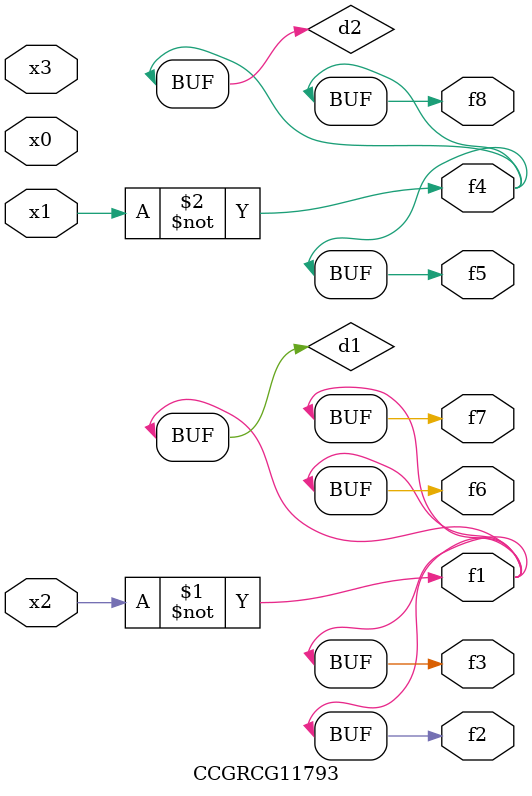
<source format=v>
module CCGRCG11793(
	input x0, x1, x2, x3,
	output f1, f2, f3, f4, f5, f6, f7, f8
);

	wire d1, d2;

	xnor (d1, x2);
	not (d2, x1);
	assign f1 = d1;
	assign f2 = d1;
	assign f3 = d1;
	assign f4 = d2;
	assign f5 = d2;
	assign f6 = d1;
	assign f7 = d1;
	assign f8 = d2;
endmodule

</source>
